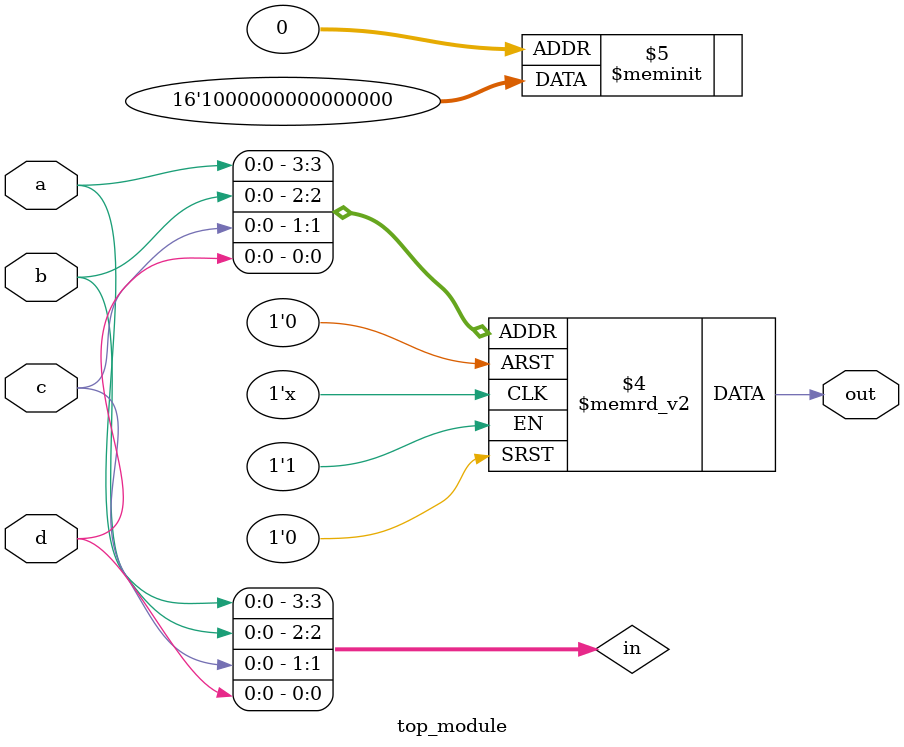
<source format=sv>
module top_module (
	input a, 
	input b,
	input c,
	input d,
	output reg out
);
	// Combine the inputs into a single 4-bit value
	wire [3:0] in;
	assign in = {a, b, c, d};
	
	// Always block with a case statement
	always @(*) begin
		case (in)
			4'b0000: out = 0;
			4'b0001: out = 0;
			4'b0010: out = 0;
			4'b0011: out = 0;
			4'b0100: out = 0;
			4'b0101: out = 0;
			4'b0110: out = 0;
			4'b0111: out = 0;
			4'b1000: out = 0;
			4'b1001: out = 0;
			4'b1010: out = 0;
			4'b1011: out = 0;
			4'b1100: out = 0;
			4'b1101: out = 0;
			4'b1110: out = 0;
			4'b1111: out = 1;
		endcase
	end
endmodule

</source>
